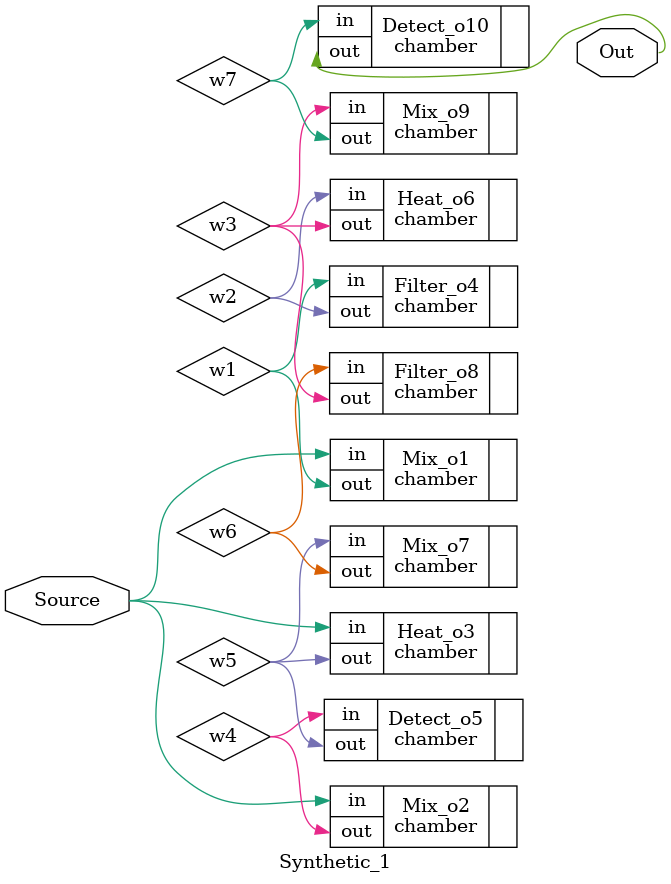
<source format=v>
module Synthetic_1(
input Source,
output Out
);

chamber Mix_o1(.in(Source), .out(w1));
chamber Filter_o4(.in(w1), .out(w2));
chamber Heat_o6(.in(w2), .out(w3));

chamber Mix_o2(.in(Source), .out(w4));
chamber Detect_o5(.in(w4), .out(w5));

chamber Heat_o3(.in(Source), .out(w5));

chamber Mix_o7(.in(w5), .out(w6));
chamber Filter_o8(.in(w6), .out(w3));

chamber Mix_o9(.in(w3), .out(w7));
chamber Detect_o10(.in(w7), .out(Out));

endmodule


</source>
